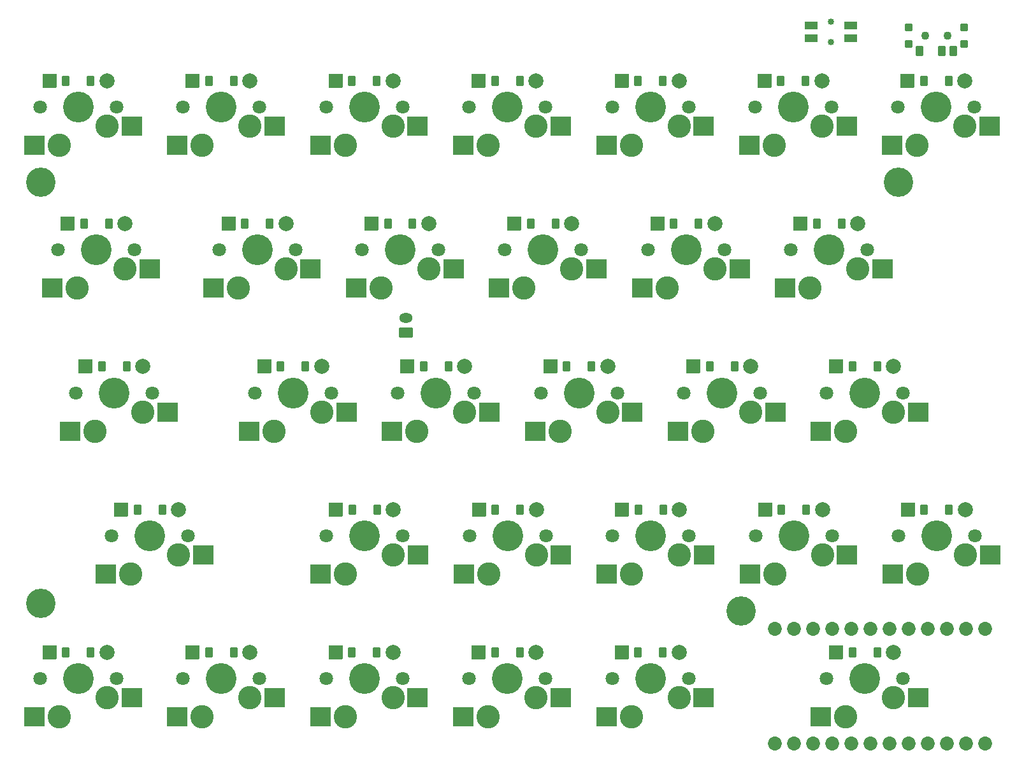
<source format=gbr>
%TF.GenerationSoftware,KiCad,Pcbnew,9.0.7*%
%TF.CreationDate,2026-01-20T23:15:53-08:00*%
%TF.ProjectId,left,6c656674-2e6b-4696-9361-645f70636258,v1.0.0*%
%TF.SameCoordinates,Original*%
%TF.FileFunction,Soldermask,Bot*%
%TF.FilePolarity,Negative*%
%FSLAX46Y46*%
G04 Gerber Fmt 4.6, Leading zero omitted, Abs format (unit mm)*
G04 Created by KiCad (PCBNEW 9.0.7) date 2026-01-20 23:15:53*
%MOMM*%
%LPD*%
G01*
G04 APERTURE LIST*
G04 Aperture macros list*
%AMRoundRect*
0 Rectangle with rounded corners*
0 $1 Rounding radius*
0 $2 $3 $4 $5 $6 $7 $8 $9 X,Y pos of 4 corners*
0 Add a 4 corners polygon primitive as box body*
4,1,4,$2,$3,$4,$5,$6,$7,$8,$9,$2,$3,0*
0 Add four circle primitives for the rounded corners*
1,1,$1+$1,$2,$3*
1,1,$1+$1,$4,$5*
1,1,$1+$1,$6,$7*
1,1,$1+$1,$8,$9*
0 Add four rect primitives between the rounded corners*
20,1,$1+$1,$2,$3,$4,$5,0*
20,1,$1+$1,$4,$5,$6,$7,0*
20,1,$1+$1,$6,$7,$8,$9,0*
20,1,$1+$1,$8,$9,$2,$3,0*%
G04 Aperture macros list end*
%ADD10RoundRect,0.050000X-0.450000X-0.450000X0.450000X-0.450000X0.450000X0.450000X-0.450000X0.450000X0*%
%ADD11C,1.100000*%
%ADD12RoundRect,0.050000X-0.450000X-0.625000X0.450000X-0.625000X0.450000X0.625000X-0.450000X0.625000X0*%
%ADD13C,1.801800*%
%ADD14C,3.100000*%
%ADD15C,4.087800*%
%ADD16RoundRect,0.050000X1.275000X1.250000X-1.275000X1.250000X-1.275000X-1.250000X1.275000X-1.250000X0*%
%ADD17RoundRect,0.050000X-0.889000X-0.889000X0.889000X-0.889000X0.889000X0.889000X-0.889000X0.889000X0*%
%ADD18RoundRect,0.050000X-0.450000X-0.600000X0.450000X-0.600000X0.450000X0.600000X-0.450000X0.600000X0*%
%ADD19C,2.005000*%
%ADD20C,3.900000*%
%ADD21RoundRect,0.050000X0.850000X-0.600000X0.850000X0.600000X-0.850000X0.600000X-0.850000X-0.600000X0*%
%ADD22O,1.800000X1.300000*%
%ADD23C,0.850000*%
%ADD24RoundRect,0.050000X-0.775000X-0.500000X0.775000X-0.500000X0.775000X0.500000X-0.775000X0.500000X0*%
%ADD25C,1.852600*%
G04 APERTURE END LIST*
D10*
%TO.C,T1*%
X210300000Y-63400000D03*
X210300000Y-65600000D03*
D11*
X212500000Y-64500000D03*
X215500000Y-64500000D03*
D10*
X217700000Y-63400000D03*
X217700000Y-65600000D03*
D12*
X211750000Y-66575000D03*
X214750000Y-66575000D03*
X216250000Y-66575000D03*
%TD*%
D13*
%TO.C,S5*%
X105080000Y-74000000D03*
D14*
X103810000Y-76540000D03*
D15*
X100000000Y-74000000D03*
D14*
X97460000Y-79080000D03*
D13*
X94920000Y-74000000D03*
D16*
X107085000Y-76540000D03*
X94158000Y-79080000D03*
%TD*%
D17*
%TO.C,D28*%
X200715000Y-108500000D03*
D18*
X202875000Y-108500000D03*
X206175000Y-108500000D03*
D19*
X208335000Y-108500000D03*
%TD*%
D20*
%TO.C,H4*%
X188050000Y-141000000D03*
%TD*%
D13*
%TO.C,S12*%
X162130000Y-131000000D03*
D14*
X160860000Y-133540000D03*
D15*
X157050000Y-131000000D03*
D14*
X154510000Y-136080000D03*
D13*
X151970000Y-131000000D03*
D16*
X164135000Y-133540000D03*
X151208000Y-136080000D03*
%TD*%
D21*
%TO.C,JST1*%
X143525000Y-104000000D03*
D22*
X143525000Y-102000000D03*
%TD*%
D17*
%TO.C,D15*%
X134190000Y-70500000D03*
D18*
X136350000Y-70500000D03*
X139650000Y-70500000D03*
D19*
X141810000Y-70500000D03*
%TD*%
D23*
%TO.C,B1*%
X200000000Y-62625000D03*
X200000000Y-65375000D03*
D24*
X197375000Y-63150000D03*
X202625000Y-63150000D03*
X197375000Y-64850000D03*
X202625000Y-64850000D03*
%TD*%
D17*
%TO.C,D24*%
X176952500Y-89500000D03*
D18*
X179112500Y-89500000D03*
X182412500Y-89500000D03*
D19*
X184572500Y-89500000D03*
%TD*%
D13*
%TO.C,S4*%
X107461250Y-93000000D03*
D14*
X106191250Y-95540000D03*
D15*
X102381250Y-93000000D03*
D14*
X99841250Y-98080000D03*
D13*
X97301250Y-93000000D03*
D16*
X109466250Y-95540000D03*
X96539250Y-98080000D03*
%TD*%
D17*
%TO.C,D27*%
X210240000Y-127500000D03*
D18*
X212400000Y-127500000D03*
X215700000Y-127500000D03*
D19*
X217860000Y-127500000D03*
%TD*%
D17*
%TO.C,D29*%
X195952500Y-89500000D03*
D18*
X198112500Y-89500000D03*
X201412500Y-89500000D03*
D19*
X203572500Y-89500000D03*
%TD*%
D17*
%TO.C,D13*%
X143715000Y-108500000D03*
D18*
X145875000Y-108500000D03*
X149175000Y-108500000D03*
D19*
X151335000Y-108500000D03*
%TD*%
D13*
%TO.C,S17*%
X181130000Y-131000000D03*
D14*
X179860000Y-133540000D03*
D15*
X176050000Y-131000000D03*
D14*
X173510000Y-136080000D03*
D13*
X170970000Y-131000000D03*
D16*
X183135000Y-133540000D03*
X170208000Y-136080000D03*
%TD*%
D13*
%TO.C,S14*%
X147842500Y-93000000D03*
D14*
X146572500Y-95540000D03*
D15*
X142762500Y-93000000D03*
D14*
X140222500Y-98080000D03*
D13*
X137682500Y-93000000D03*
D16*
X149847500Y-95540000D03*
X136920500Y-98080000D03*
%TD*%
D13*
%TO.C,S15*%
X143080000Y-74000000D03*
D14*
X141810000Y-76540000D03*
D15*
X138000000Y-74000000D03*
D14*
X135460000Y-79080000D03*
D13*
X132920000Y-74000000D03*
D16*
X145085000Y-76540000D03*
X132158000Y-79080000D03*
%TD*%
D13*
%TO.C,S26*%
X209605000Y-150000000D03*
D14*
X208335000Y-152540000D03*
D15*
X204525000Y-150000000D03*
D14*
X201985000Y-155080000D03*
D13*
X199445000Y-150000000D03*
D16*
X211610000Y-152540000D03*
X198683000Y-155080000D03*
%TD*%
D13*
%TO.C,S19*%
X166842500Y-93000000D03*
D14*
X165572500Y-95540000D03*
D15*
X161762500Y-93000000D03*
D14*
X159222500Y-98080000D03*
D13*
X156682500Y-93000000D03*
D16*
X168847500Y-95540000D03*
X155920500Y-98080000D03*
%TD*%
D13*
%TO.C,S23*%
X190605000Y-112000000D03*
D14*
X189335000Y-114540000D03*
D15*
X185525000Y-112000000D03*
D14*
X182985000Y-117080000D03*
D13*
X180445000Y-112000000D03*
D16*
X192610000Y-114540000D03*
X179683000Y-117080000D03*
%TD*%
D13*
%TO.C,S25*%
X181080000Y-74000000D03*
D14*
X179810000Y-76540000D03*
D15*
X176000000Y-74000000D03*
D14*
X173460000Y-79080000D03*
D13*
X170920000Y-74000000D03*
D16*
X183085000Y-76540000D03*
X170158000Y-79080000D03*
%TD*%
D17*
%TO.C,D23*%
X181715000Y-108500000D03*
D18*
X183875000Y-108500000D03*
X187175000Y-108500000D03*
D19*
X189335000Y-108500000D03*
%TD*%
D17*
%TO.C,D14*%
X138952500Y-89500000D03*
D18*
X141112500Y-89500000D03*
X144412500Y-89500000D03*
D19*
X146572500Y-89500000D03*
%TD*%
D20*
%TO.C,H3*%
X95000000Y-140000000D03*
%TD*%
D13*
%TO.C,S13*%
X152605000Y-112000000D03*
D14*
X151335000Y-114540000D03*
D15*
X147525000Y-112000000D03*
D14*
X144985000Y-117080000D03*
D13*
X142445000Y-112000000D03*
D16*
X154610000Y-114540000D03*
X141683000Y-117080000D03*
%TD*%
D17*
%TO.C,D31*%
X210190000Y-70500000D03*
D18*
X212350000Y-70500000D03*
X215650000Y-70500000D03*
D19*
X217810000Y-70500000D03*
%TD*%
D13*
%TO.C,S31*%
X219080000Y-74000000D03*
D14*
X217810000Y-76540000D03*
D15*
X214000000Y-74000000D03*
D14*
X211460000Y-79080000D03*
D13*
X208920000Y-74000000D03*
D16*
X221085000Y-76540000D03*
X208158000Y-79080000D03*
%TD*%
D17*
%TO.C,D10*%
X115190000Y-70500000D03*
D18*
X117350000Y-70500000D03*
X120650000Y-70500000D03*
D19*
X122810000Y-70500000D03*
%TD*%
D13*
%TO.C,S28*%
X209605000Y-112000000D03*
D14*
X208335000Y-114540000D03*
D15*
X204525000Y-112000000D03*
D14*
X201985000Y-117080000D03*
D13*
X199445000Y-112000000D03*
D16*
X211610000Y-114540000D03*
X198683000Y-117080000D03*
%TD*%
D13*
%TO.C,S27*%
X219130000Y-131000000D03*
D14*
X217860000Y-133540000D03*
D15*
X214050000Y-131000000D03*
D14*
X211510000Y-136080000D03*
D13*
X208970000Y-131000000D03*
D16*
X221135000Y-133540000D03*
X208208000Y-136080000D03*
%TD*%
D13*
%TO.C,S24*%
X185842500Y-93000000D03*
D14*
X184572500Y-95540000D03*
D15*
X180762500Y-93000000D03*
D14*
X178222500Y-98080000D03*
D13*
X175682500Y-93000000D03*
D16*
X187847500Y-95540000D03*
X174920500Y-98080000D03*
%TD*%
D20*
%TO.C,H2*%
X209000000Y-84000000D03*
%TD*%
D13*
%TO.C,S20*%
X162080000Y-74000000D03*
D14*
X160810000Y-76540000D03*
D15*
X157000000Y-74000000D03*
D14*
X154460000Y-79080000D03*
D13*
X151920000Y-74000000D03*
D16*
X164085000Y-76540000D03*
X151158000Y-79080000D03*
%TD*%
D17*
%TO.C,D30*%
X191190000Y-70500000D03*
D18*
X193350000Y-70500000D03*
X196650000Y-70500000D03*
D19*
X198810000Y-70500000D03*
%TD*%
D13*
%TO.C,S3*%
X109842500Y-112000000D03*
D14*
X108572500Y-114540000D03*
D15*
X104762500Y-112000000D03*
D14*
X102222500Y-117080000D03*
D13*
X99682500Y-112000000D03*
D16*
X111847500Y-114540000D03*
X98920500Y-117080000D03*
%TD*%
D13*
%TO.C,S30*%
X200080000Y-74000000D03*
D14*
X198810000Y-76540000D03*
D15*
X195000000Y-74000000D03*
D14*
X192460000Y-79080000D03*
D13*
X189920000Y-74000000D03*
D16*
X202085000Y-76540000D03*
X189158000Y-79080000D03*
%TD*%
D13*
%TO.C,S10*%
X124080000Y-74000000D03*
D14*
X122810000Y-76540000D03*
D15*
X119000000Y-74000000D03*
D14*
X116460000Y-79080000D03*
D13*
X113920000Y-74000000D03*
D16*
X126085000Y-76540000D03*
X113158000Y-79080000D03*
%TD*%
D17*
%TO.C,D22*%
X191240000Y-127500000D03*
D18*
X193400000Y-127500000D03*
X196700000Y-127500000D03*
D19*
X198860000Y-127500000D03*
%TD*%
D17*
%TO.C,D3*%
X100952500Y-108500000D03*
D18*
X103112500Y-108500000D03*
X106412500Y-108500000D03*
D19*
X108572500Y-108500000D03*
%TD*%
D17*
%TO.C,D5*%
X96190000Y-70500000D03*
D18*
X98350000Y-70500000D03*
X101650000Y-70500000D03*
D19*
X103810000Y-70500000D03*
%TD*%
D17*
%TO.C,D2*%
X105715000Y-127500000D03*
D18*
X107875000Y-127500000D03*
X111175000Y-127500000D03*
D19*
X113335000Y-127500000D03*
%TD*%
D17*
%TO.C,D17*%
X172240000Y-127500000D03*
D18*
X174400000Y-127500000D03*
X177700000Y-127500000D03*
D19*
X179860000Y-127500000D03*
%TD*%
D17*
%TO.C,D11*%
X134190000Y-146500000D03*
D18*
X136350000Y-146500000D03*
X139650000Y-146500000D03*
D19*
X141810000Y-146500000D03*
%TD*%
D17*
%TO.C,D18*%
X162715000Y-108500000D03*
D18*
X164875000Y-108500000D03*
X168175000Y-108500000D03*
D19*
X170335000Y-108500000D03*
%TD*%
D17*
%TO.C,D12*%
X153240000Y-127500000D03*
D18*
X155400000Y-127500000D03*
X158700000Y-127500000D03*
D19*
X160860000Y-127500000D03*
%TD*%
D17*
%TO.C,D20*%
X153190000Y-70500000D03*
D18*
X155350000Y-70500000D03*
X158650000Y-70500000D03*
D19*
X160810000Y-70500000D03*
%TD*%
D17*
%TO.C,D16*%
X153190000Y-146500000D03*
D18*
X155350000Y-146500000D03*
X158650000Y-146500000D03*
D19*
X160810000Y-146500000D03*
%TD*%
D17*
%TO.C,D21*%
X172190000Y-146500000D03*
D18*
X174350000Y-146500000D03*
X177650000Y-146500000D03*
D19*
X179810000Y-146500000D03*
%TD*%
D13*
%TO.C,S18*%
X171605000Y-112000000D03*
D14*
X170335000Y-114540000D03*
D15*
X166525000Y-112000000D03*
D14*
X163985000Y-117080000D03*
D13*
X161445000Y-112000000D03*
D16*
X173610000Y-114540000D03*
X160683000Y-117080000D03*
%TD*%
D13*
%TO.C,S11*%
X143080000Y-150000000D03*
D14*
X141810000Y-152540000D03*
D15*
X138000000Y-150000000D03*
D14*
X135460000Y-155080000D03*
D13*
X132920000Y-150000000D03*
D16*
X145085000Y-152540000D03*
X132158000Y-155080000D03*
%TD*%
D17*
%TO.C,D8*%
X124715000Y-108500000D03*
D18*
X126875000Y-108500000D03*
X130175000Y-108500000D03*
D19*
X132335000Y-108500000D03*
%TD*%
D17*
%TO.C,D26*%
X200715000Y-146500000D03*
D18*
X202875000Y-146500000D03*
X206175000Y-146500000D03*
D19*
X208335000Y-146500000D03*
%TD*%
D17*
%TO.C,D7*%
X134240000Y-127500000D03*
D18*
X136400000Y-127500000D03*
X139700000Y-127500000D03*
D19*
X141860000Y-127500000D03*
%TD*%
D13*
%TO.C,S6*%
X124080000Y-150000000D03*
D14*
X122810000Y-152540000D03*
D15*
X119000000Y-150000000D03*
D14*
X116460000Y-155080000D03*
D13*
X113920000Y-150000000D03*
D16*
X126085000Y-152540000D03*
X113158000Y-155080000D03*
%TD*%
D17*
%TO.C,D6*%
X115190000Y-146500000D03*
D18*
X117350000Y-146500000D03*
X120650000Y-146500000D03*
D19*
X122810000Y-146500000D03*
%TD*%
D13*
%TO.C,S9*%
X128842500Y-93000000D03*
D14*
X127572500Y-95540000D03*
D15*
X123762500Y-93000000D03*
D14*
X121222500Y-98080000D03*
D13*
X118682500Y-93000000D03*
D16*
X130847500Y-95540000D03*
X117920500Y-98080000D03*
%TD*%
D13*
%TO.C,S1*%
X105080000Y-150000000D03*
D14*
X103810000Y-152540000D03*
D15*
X100000000Y-150000000D03*
D14*
X97460000Y-155080000D03*
D13*
X94920000Y-150000000D03*
D16*
X107085000Y-152540000D03*
X94158000Y-155080000D03*
%TD*%
D17*
%TO.C,D19*%
X157952500Y-89500000D03*
D18*
X160112500Y-89500000D03*
X163412500Y-89500000D03*
D19*
X165572500Y-89500000D03*
%TD*%
D13*
%TO.C,S16*%
X162080000Y-150000000D03*
D14*
X160810000Y-152540000D03*
D15*
X157000000Y-150000000D03*
D14*
X154460000Y-155080000D03*
D13*
X151920000Y-150000000D03*
D16*
X164085000Y-152540000D03*
X151158000Y-155080000D03*
%TD*%
D17*
%TO.C,D9*%
X119952500Y-89500000D03*
D18*
X122112500Y-89500000D03*
X125412500Y-89500000D03*
D19*
X127572500Y-89500000D03*
%TD*%
D13*
%TO.C,S8*%
X133605000Y-112000000D03*
D14*
X132335000Y-114540000D03*
D15*
X128525000Y-112000000D03*
D14*
X125985000Y-117080000D03*
D13*
X123445000Y-112000000D03*
D16*
X135610000Y-114540000D03*
X122683000Y-117080000D03*
%TD*%
D17*
%TO.C,D1*%
X96190000Y-146500000D03*
D18*
X98350000Y-146500000D03*
X101650000Y-146500000D03*
D19*
X103810000Y-146500000D03*
%TD*%
D17*
%TO.C,D4*%
X98571250Y-89500000D03*
D18*
X100731250Y-89500000D03*
X104031250Y-89500000D03*
D19*
X106191250Y-89500000D03*
%TD*%
D20*
%TO.C,H1*%
X95000000Y-84000000D03*
%TD*%
D13*
%TO.C,S21*%
X181080000Y-150000000D03*
D14*
X179810000Y-152540000D03*
D15*
X176000000Y-150000000D03*
D14*
X173460000Y-155080000D03*
D13*
X170920000Y-150000000D03*
D16*
X183085000Y-152540000D03*
X170158000Y-155080000D03*
%TD*%
D13*
%TO.C,S29*%
X204842500Y-93000000D03*
D14*
X203572500Y-95540000D03*
D15*
X199762500Y-93000000D03*
D14*
X197222500Y-98080000D03*
D13*
X194682500Y-93000000D03*
D16*
X206847500Y-95540000D03*
X193920500Y-98080000D03*
%TD*%
D13*
%TO.C,S22*%
X200130000Y-131000000D03*
D14*
X198860000Y-133540000D03*
D15*
X195050000Y-131000000D03*
D14*
X192510000Y-136080000D03*
D13*
X189970000Y-131000000D03*
D16*
X202135000Y-133540000D03*
X189208000Y-136080000D03*
%TD*%
D17*
%TO.C,D25*%
X172190000Y-70500000D03*
D18*
X174350000Y-70500000D03*
X177650000Y-70500000D03*
D19*
X179810000Y-70500000D03*
%TD*%
D13*
%TO.C,S7*%
X143130000Y-131000000D03*
D14*
X141860000Y-133540000D03*
D15*
X138050000Y-131000000D03*
D14*
X135510000Y-136080000D03*
D13*
X132970000Y-131000000D03*
D16*
X145135000Y-133540000D03*
X132208000Y-136080000D03*
%TD*%
D13*
%TO.C,S2*%
X114605000Y-131000000D03*
D14*
X113335000Y-133540000D03*
D15*
X109525000Y-131000000D03*
D14*
X106985000Y-136080000D03*
D13*
X104445000Y-131000000D03*
D16*
X116610000Y-133540000D03*
X103683000Y-136080000D03*
%TD*%
D25*
%TO.C,MCU1*%
X220495000Y-158620000D03*
X217955000Y-158620000D03*
X215415000Y-158620000D03*
X212875000Y-158620000D03*
X210335000Y-158620000D03*
X207795000Y-158620000D03*
X205255000Y-158620000D03*
X202715000Y-158620000D03*
X200175000Y-158620000D03*
X197635000Y-158620000D03*
X195095000Y-158620000D03*
X192555000Y-158620000D03*
X192555000Y-143380000D03*
X195095000Y-143380000D03*
X197635000Y-143380000D03*
X200175000Y-143380000D03*
X202715000Y-143380000D03*
X205255000Y-143380000D03*
X207795000Y-143380000D03*
X210335000Y-143380000D03*
X212875000Y-143380000D03*
X215415000Y-143380000D03*
X217955000Y-143380000D03*
X220495000Y-143380000D03*
%TD*%
M02*

</source>
